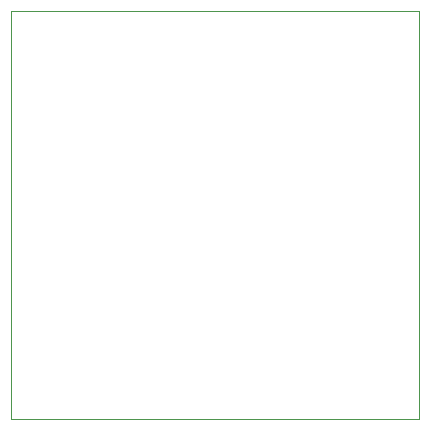
<source format=gbr>
%TF.GenerationSoftware,KiCad,Pcbnew,7.0.5*%
%TF.CreationDate,2023-10-22T13:56:56-04:00*%
%TF.ProjectId,PWR_module,5057525f-6d6f-4647-956c-652e6b696361,rev?*%
%TF.SameCoordinates,PX7270e00PY6a55ae0*%
%TF.FileFunction,Profile,NP*%
%FSLAX46Y46*%
G04 Gerber Fmt 4.6, Leading zero omitted, Abs format (unit mm)*
G04 Created by KiCad (PCBNEW 7.0.5) date 2023-10-22 13:56:56*
%MOMM*%
%LPD*%
G01*
G04 APERTURE LIST*
%TA.AperFunction,Profile*%
%ADD10C,0.050000*%
%TD*%
G04 APERTURE END LIST*
D10*
X200000Y34800000D02*
X34800000Y34800000D01*
X34800000Y200000D01*
X200000Y200000D01*
X200000Y34800000D01*
M02*

</source>
